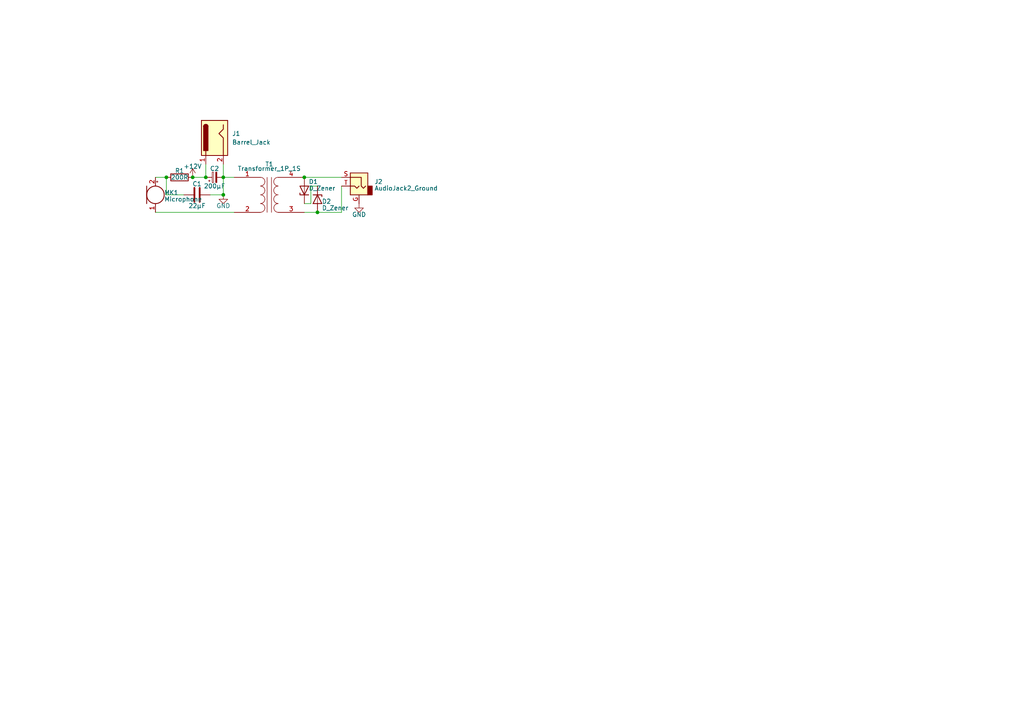
<source format=kicad_sch>
(kicad_sch (version 20211123) (generator eeschema)
  (paper "A4")
  (lib_symbols
    (symbol "Connector:AudioJack2_Ground"
      (property "Reference" "J" (at 0 8.89 0))
      (property "Value" "AudioJack2_Ground" (at 0 6.35 0))
      (symbol "AudioJack2_Ground_0_1"
        (rectangle (start -2.54 -2.54) (end -3.81 0) (stroke (width 0.254)) (fill (type outline)))
        (polyline (pts (xy 0 0) (xy 0.635 -0.635) (xy 1.27 0) (xy 2.54 0)) (stroke (width 0.254)))
        (polyline (pts (xy 2.54 2.54) (xy -0.635 2.54) (xy -0.635 0) (xy -1.27 -0.635) (xy -1.905 0)) (stroke (width 0.254)))
        (rectangle (start 2.54 3.81) (end -2.54 -2.54) (stroke (width 0.254)) (fill (type background)))
      )
      (symbol "AudioJack2_Ground_1_1"
        (pin passive line (at 0 -5.08 90) (length 2.54) (name "~") (number "G"))
        (pin passive line (at 5.08 2.54 180) (length 2.54) (name "~") (number "S"))
        (pin passive line (at 5.08 0 180) (length 2.54) (name "~") (number "T"))
      )
    )
    (symbol "Connector:Barrel_Jack" (pin_names (offset 1.016))
      (property "Reference" "J" (at 0 5.334 0))
      (property "Value" "Barrel_Jack" (at 0 -5.08 0))
      (symbol "Barrel_Jack_0_1"
        (rectangle (start -5.08 3.81) (end 5.08 -3.81) (stroke (width 0.254)) (fill (type background)))
        (arc (start -3.302 3.175) (mid -3.937 2.54) (end -3.302 1.905) (stroke (width 0.254)))
        (arc (start -3.302 3.175) (mid -3.937 2.54) (end -3.302 1.905) (stroke (width 0.254)) (fill (type outline)))
        (polyline (pts (xy 5.08 2.54) (xy 3.81 2.54)) (stroke (width 0.254)))
        (polyline (pts (xy -3.81 -2.54) (xy -2.54 -2.54) (xy -1.27 -1.27) (xy 0 -2.54) (xy 2.54 -2.54) (xy 5.08 -2.54)) (stroke (width 0.254)))
        (rectangle (start 3.683 3.175) (end -3.302 1.905) (stroke (width 0.254)) (fill (type outline)))
      )
      (symbol "Barrel_Jack_1_1"
        (pin passive line (at 7.62 2.54 180) (length 2.54) (name "~") (number "1"))
        (pin passive line (at 7.62 -2.54 180) (length 2.54) (name "~") (number "2"))
      )
    )
    (symbol "Device:C" (pin_numbers hide) (pin_names (offset 0.254))
      (property "Reference" "C" (at 0.635 2.54 0))
      (property "Value" "C" (at 0.635 -2.54 0))
      (symbol "C_0_1"
        (polyline (pts (xy -2.032 -0.762) (xy 2.032 -0.762)) (stroke (width 0.508)))
        (polyline (pts (xy -2.032 0.762) (xy 2.032 0.762)) (stroke (width 0.508)))
      )
      (symbol "C_1_1"
        (pin passive line (at 0 3.81 270) (length 2.794) (name "~") (number "1"))
        (pin passive line (at 0 -3.81 90) (length 2.794) (name "~") (number "2"))
      )
    )
    (symbol "Device:C_Polarized_Small" (pin_numbers hide) (pin_names (offset 0.254) hide)
      (property "Reference" "C" (at 0.254 1.778 0))
      (property "Value" "C_Polarized_Small" (at 0.254 -2.032 0))
      (symbol "C_Polarized_Small_0_1"
        (rectangle (start -1.524 -0.3048) (end 1.524 -0.6858) (fill (type outline)))
        (rectangle (start -1.524 0.6858) (end 1.524 0.3048))
        (polyline (pts (xy -1.27 1.524) (xy -0.762 1.524)))
        (polyline (pts (xy -1.016 1.27) (xy -1.016 1.778)))
      )
      (symbol "C_Polarized_Small_1_1"
        (pin passive line (at 0 2.54 270) (length 1.8542) (name "~") (number "1"))
        (pin passive line (at 0 -2.54 90) (length 1.8542) (name "~") (number "2"))
      )
    )
    (symbol "Device:D_Zener" (pin_numbers hide) (pin_names (offset 1.016) hide)
      (property "Reference" "D" (at 0 2.54 0))
      (property "Value" "D_Zener" (at 0 -2.54 0))
      (symbol "D_Zener_0_1"
        (polyline (pts (xy 1.27 0) (xy -1.27 0)))
        (polyline (pts (xy -1.27 -1.27) (xy -1.27 1.27) (xy -0.762 1.27)) (stroke (width 0.254)))
        (polyline (pts (xy 1.27 -1.27) (xy 1.27 1.27) (xy -1.27 0) (xy 1.27 -1.27)) (stroke (width 0.254)))
      )
      (symbol "D_Zener_1_1"
        (pin passive line (at -3.81 0 0) (length 2.54) (name "K") (number "1"))
        (pin passive line (at 3.81 0 180) (length 2.54) (name "A") (number "2"))
      )
    )
    (symbol "Device:Microphone" (pin_names (offset 0.0254) hide)
      (property "Reference" "MK" (at -3.81 1.27 0))
      (property "Value" "Microphone" (at -3.81 -0.635 0))
      (symbol "Microphone_0_1"
        (polyline (pts (xy -2.54 2.54) (xy -2.54 -2.54)) (stroke (width 0.254)))
        (polyline (pts (xy 0.254 3.81) (xy 0.762 3.81)))
        (polyline (pts (xy 0.508 4.064) (xy 0.508 3.556)))
        (circle (center 0 0) (radius 2.54) (stroke (width 0.254)))
      )
      (symbol "Microphone_1_1"
        (pin passive line (at 0 -5.08 90) (length 2.54) (name "-") (number "1"))
        (pin passive line (at 0 5.08 270) (length 2.54) (name "+") (number "2"))
      )
    )
    (symbol "Device:R" (pin_numbers hide) (pin_names (offset 0))
      (property "Reference" "R" (at 2.032 0 90))
      (property "Value" "R" (at 0 0 90))
      (symbol "R_0_1"
        (rectangle (start -1.016 -2.54) (end 1.016 2.54) (stroke (width 0.254)))
      )
      (symbol "R_1_1"
        (pin passive line (at 0 3.81 270) (length 1.27) (name "~") (number "1"))
        (pin passive line (at 0 -3.81 90) (length 1.27) (name "~") (number "2"))
      )
    )
    (symbol "Device:Transformer_1P_1S" (pin_names (offset 1.016) hide)
      (property "Reference" "T" (at 0 6.35 0))
      (property "Value" "Transformer_1P_1S" (at 0 -7.62 0))
      (symbol "Transformer_1P_1S_0_1"
        (arc (start -2.54 -5.0546) (mid -1.6599 -4.6901) (end -1.27 -3.81))
        (arc (start -2.54 -2.5146) (mid -1.6599 -2.1501) (end -1.27 -1.27))
        (arc (start -2.54 0.0254) (mid -1.6599 0.3899) (end -1.27 1.27))
        (arc (start -2.54 2.5654) (mid -1.6599 2.9299) (end -1.27 3.81))
        (arc (start -1.27 -3.81) (mid -1.642 -2.912) (end -2.54 -2.54))
        (arc (start -1.27 -1.27) (mid -1.642 -0.372) (end -2.54 0))
        (arc (start -1.27 1.27) (mid -1.642 2.168) (end -2.54 2.54))
        (arc (start -1.27 3.81) (mid -1.642 4.708) (end -2.54 5.08))
        (polyline (pts (xy -0.635 5.08) (xy -0.635 -5.08)))
        (polyline (pts (xy 0.635 -5.08) (xy 0.635 5.08)))
        (arc (start 1.2954 -1.27) (mid 1.6599 -2.1501) (end 2.54 -2.5146))
        (arc (start 1.2954 1.27) (mid 1.6599 0.3899) (end 2.54 0.0254))
        (arc (start 1.2954 3.81) (mid 1.6599 2.9299) (end 2.54 2.5654))
        (arc (start 1.3208 -3.81) (mid 1.6853 -4.6901) (end 2.5654 -5.0546))
        (arc (start 2.54 0) (mid 1.642 -0.372) (end 1.2954 -1.27))
        (arc (start 2.54 2.54) (mid 1.642 2.168) (end 1.2954 1.27))
        (arc (start 2.54 5.08) (mid 1.642 4.708) (end 1.2954 3.81))
        (arc (start 2.5654 -2.54) (mid 1.6674 -2.912) (end 1.3208 -3.81))
      )
      (symbol "Transformer_1P_1S_1_1"
        (pin passive line (at -10.16 5.08 0) (length 7.62) (name "AA") (number "1"))
        (pin passive line (at -10.16 -5.08 0) (length 7.62) (name "AB") (number "2"))
        (pin passive line (at 10.16 -5.08 180) (length 7.62) (name "SA") (number "3"))
        (pin passive line (at 10.16 5.08 180) (length 7.62) (name "SB") (number "4"))
      )
    )
    (symbol "power:+12V" (power) (pin_names (offset 0))
      (property "Value" "+12V" (at 0 3.556 0))
      (symbol "+12V_0_1"
        (polyline (pts (xy -0.762 1.27) (xy 0 2.54)))
        (polyline (pts (xy 0 0) (xy 0 2.54)))
        (polyline (pts (xy 0 2.54) (xy 0.762 1.27)))
      )
      (symbol "+12V_1_1"
        (pin power_in line (at 0 0 90) (length 0) hide (name "+12V") (number "1"))
      )
    )
    (symbol "power:GND" (power) (pin_names (offset 0))
      (property "Value" "GND" (at 0 -3.81 0))
      (symbol "GND_0_1"
        (polyline (pts (xy 0 0) (xy 0 -1.27) (xy 1.27 -1.27) (xy 0 -2.54) (xy -1.27 -1.27) (xy 0 -1.27)))
      )
      (symbol "GND_1_1"
        (pin power_in line (at 0 0 270) (length 0) hide (name "GND") (number "1"))
      )
    )
  )
  (junction (at 64.77 51.435))
  (junction (at 92.075 61.595))
  (junction (at 88.265 51.435))
  (junction (at 48.26 51.435))
  (junction (at 55.88 51.435))
  (junction (at 59.69 51.435))
  (junction (at 64.77 56.515))
  (wire (pts (xy 55.88 51.435) (xy 59.69 51.435)))
  (wire (pts (xy 64.77 47.625) (xy 64.77 51.435)))
  (wire (pts (xy 64.77 56.515) (xy 64.77 51.435)))
  (wire (pts (xy 88.265 59.055) (xy 90.17 59.055)))
  (wire (pts (xy 48.26 51.435) (xy 48.26 56.515)))
  (wire (pts (xy 45.085 61.595) (xy 67.945 61.595)))
  (wire (pts (xy 60.96 56.515) (xy 64.77 56.515)))
  (wire (pts (xy 64.77 51.435) (xy 67.945 51.435)))
  (wire (pts (xy 48.26 56.515) (xy 53.34 56.515)))
  (wire (pts (xy 99.06 53.975) (xy 99.06 61.595)))
  (wire (pts (xy 88.265 61.595) (xy 92.075 61.595)))
  (wire (pts (xy 88.265 51.435) (xy 99.06 51.435)))
  (wire (pts (xy 90.17 53.975) (xy 92.075 53.975)))
  (wire (pts (xy 92.075 61.595) (xy 99.06 61.595)))
  (wire (pts (xy 90.17 53.975) (xy 90.17 59.055)))
  (wire (pts (xy 45.085 51.435) (xy 48.26 51.435)))
  (wire (pts (xy 59.69 47.625) (xy 59.69 51.435)))
  (symbol (lib_id "power:GND") (at 104.14 59.055 0) (unit 1)
    (property "Reference" "#PWR02" (effects hide))
    (property "Value" "GND" (at 104.14 62.23 0))
  )
  (symbol (lib_id "Device:Microphone") (at 45.085 56.515 0) (unit 1)
    (property "Reference" "MK1" (at 47.625 55.88 0) (effects (justify left)))
    (property "Value" "Microphone" (at 47.625 57.785 0) (effects (justify left)))
    (property "Footprint" "Connector_PinHeader_2.54mm:PinHeader_1x02_P2.54mm_Vertical" (effects hide))
  )
  (symbol (lib_id "Device:D_Zener") (at 88.265 55.245 90) (unit 1)
    (property "Reference" "D1" (at 89.535 52.705 90) (effects (justify right)))
    (property "Value" "D_Zener" (at 89.535 54.61 90) (effects (justify right)))
    (property "Footprint" "Diode_THT:D_DO-35_SOD27_P7.62mm_Horizontal" (effects hide))
  )
  (symbol (lib_id "Device:Transformer_1P_1S") (at 78.105 56.515 0) (unit 1)
    (property "Reference" "T1" (at 78.105 47.625 0))
    (property "Value" "Transformer_1P_1S" (at 78.105 48.895 0))
    (property "Footprint" "Transformer_THT:Transformer_Toroid_Horizontal_D9.0mm_Amidon-T30" (effects hide))
  )
  (symbol (lib_id "power:GND") (at 64.77 56.515 0) (unit 1)
    (property "Reference" "#PWR01" (effects hide))
    (property "Value" "GND" (at 64.77 59.69 0))
  )
  (symbol (lib_id "Device:D_Zener") (at 92.075 57.785 270) (unit 1)
    (property "Reference" "D2" (at 93.345 58.42 90) (effects (justify left)))
    (property "Value" "D_Zener" (at 93.345 60.325 90) (effects (justify left)))
    (property "Footprint" "Diode_THT:D_DO-35_SOD27_P7.62mm_Horizontal" (effects hide))
  )
  (symbol (lib_id "Device:C") (at 57.15 56.515 90) (unit 1)
    (property "Reference" "C1" (at 57.15 53.34 90))
    (property "Value" "22µF" (at 57.15 59.69 90))
    (property "Footprint" "Capacitor_THT:C_Disc_D4.7mm_W2.5mm_P5.00mm" (effects hide))
  )
  (symbol (lib_id "power:+12V") (at 55.88 51.435 0) (unit 1)
    (property "Reference" "#PWR0101" (effects hide))
    (property "Value" "+12V" (at 55.88 48.26 0))
  )
  (symbol (lib_id "Connector:Barrel_Jack") (at 62.23 40.005 90) (mirror x) (unit 1)
    (property "Reference" "J1" (at 67.31 38.7349 90) (effects (justify right)))
    (property "Value" "Barrel_Jack" (at 67.31 41.2749 90) (effects (justify right)))
    (property "Footprint" "Connector_PinHeader_2.54mm:PinHeader_1x02_P2.54mm_Vertical" (effects hide))
  )
  (symbol (lib_id "Device:C_Polarized_Small") (at 62.23 51.435 90) (unit 1)
    (property "Reference" "C2" (at 62.23 48.895 90))
    (property "Value" "200µF" (at 62.23 53.975 90))
    (property "Footprint" "Capacitor_THT:CP_Radial_D8.0mm_P5.00mm" (effects hide))
  )
  (symbol (lib_id "Device:R") (at 52.07 51.435 90) (unit 1)
    (property "Reference" "R1" (at 52.07 49.53 90))
    (property "Value" "200R" (at 52.07 51.435 90))
    (property "Footprint" "Resistor_THT:R_Axial_DIN0207_L6.3mm_D2.5mm_P7.62mm_Horizontal" (effects hide))
  )
  (symbol (lib_id "Connector:AudioJack2_Ground") (at 104.14 53.975 0) (mirror y) (unit 1)
    (property "Reference" "J2" (at 108.585 52.705 0) (effects (justify right)))
    (property "Value" "AudioJack2_Ground" (at 108.585 54.61 0) (effects (justify right)))
    (property "Footprint" "Connector_Audio:Jack_6.35mm_Neutrik_NJ2FD-V_Vertical" (effects hide))
  )
)
</source>
